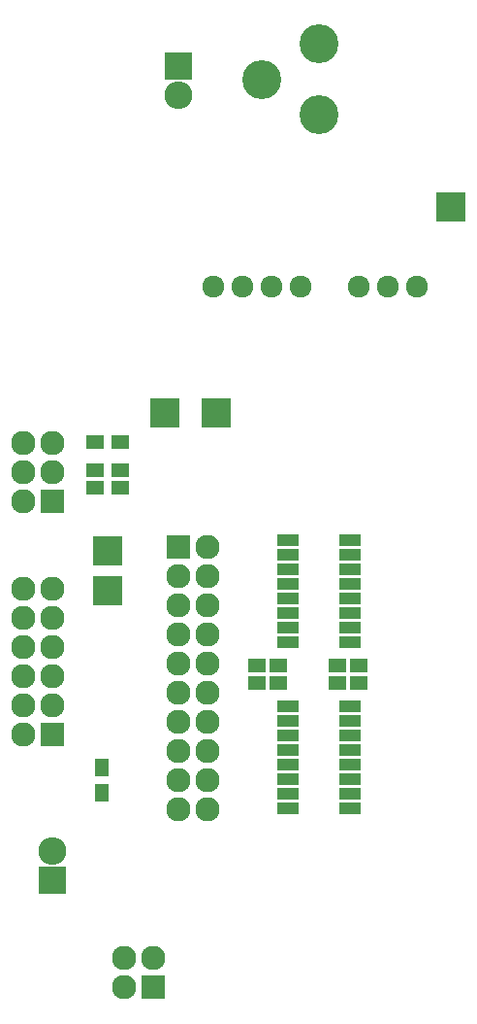
<source format=gbs>
G04 #@! TF.FileFunction,Soldermask,Bot*
%FSLAX46Y46*%
G04 Gerber Fmt 4.6, Leading zero omitted, Abs format (unit mm)*
G04 Created by KiCad (PCBNEW 4.0.1-stable) date 13/02/2016 21:15:23*
%MOMM*%
G01*
G04 APERTURE LIST*
%ADD10C,0.100000*%
%ADD11R,2.127200X2.127200*%
%ADD12O,2.127200X2.127200*%
%ADD13R,1.600000X1.150000*%
%ADD14C,3.400000*%
%ADD15R,2.635200X2.635200*%
%ADD16R,2.432000X2.432000*%
%ADD17O,2.432000X2.432000*%
%ADD18R,1.300000X1.600000*%
%ADD19R,1.600000X1.300000*%
%ADD20C,1.924000*%
%ADD21R,1.900000X1.000000*%
G04 APERTURE END LIST*
D10*
D11*
X111040000Y-116540000D03*
D12*
X108500000Y-116540000D03*
X111040000Y-114000000D03*
X108500000Y-114000000D03*
D11*
X102235000Y-94500700D03*
D12*
X99695000Y-94500700D03*
X102235000Y-91960700D03*
X99695000Y-91960700D03*
X102235000Y-89420700D03*
X99695000Y-89420700D03*
X102235000Y-86880700D03*
X99695000Y-86880700D03*
X102235000Y-84340700D03*
X99695000Y-84340700D03*
X102235000Y-81800700D03*
X99695000Y-81800700D03*
D11*
X102222300Y-74180700D03*
D12*
X99682300Y-74180700D03*
X102222300Y-71640700D03*
X99682300Y-71640700D03*
X102222300Y-69100700D03*
X99682300Y-69100700D03*
D11*
X113210000Y-78120000D03*
D12*
X115750000Y-78120000D03*
X113210000Y-80660000D03*
X115750000Y-80660000D03*
X113210000Y-83200000D03*
X115750000Y-83200000D03*
X113210000Y-85740000D03*
X115750000Y-85740000D03*
X113210000Y-88280000D03*
X115750000Y-88280000D03*
X113210000Y-90820000D03*
X115750000Y-90820000D03*
X113210000Y-93360000D03*
X115750000Y-93360000D03*
X113210000Y-95900000D03*
X115750000Y-95900000D03*
X113210000Y-98440000D03*
X115750000Y-98440000D03*
X113210000Y-100980000D03*
X115750000Y-100980000D03*
D13*
X128950000Y-90000000D03*
X127050000Y-90000000D03*
X120050000Y-90000000D03*
X121950000Y-90000000D03*
X128950000Y-88500000D03*
X127050000Y-88500000D03*
X120050000Y-88500000D03*
X121950000Y-88500000D03*
D14*
X125500000Y-40500000D03*
X125500000Y-34300000D03*
X120500000Y-37400000D03*
D15*
X137000000Y-48500000D03*
D16*
X102235000Y-107213400D03*
D17*
X102235000Y-104673400D03*
D15*
X107000000Y-78500000D03*
X107000000Y-82000000D03*
X112000000Y-66500000D03*
X116500000Y-66500000D03*
D18*
X106500000Y-99600000D03*
X106500000Y-97400000D03*
D19*
X108100000Y-69000000D03*
X105900000Y-69000000D03*
X108100000Y-71500000D03*
X105900000Y-71500000D03*
X108100000Y-73000000D03*
X105900000Y-73000000D03*
D20*
X134000000Y-55500000D03*
X131460000Y-55500000D03*
X128920000Y-55500000D03*
X123840000Y-55500000D03*
X121300000Y-55500000D03*
X118760000Y-55500000D03*
X116220000Y-55500000D03*
D21*
X128200000Y-92055000D03*
X128200000Y-93325000D03*
X128200000Y-94595000D03*
X128200000Y-95865000D03*
X128200000Y-97135000D03*
X128200000Y-98405000D03*
X128200000Y-99675000D03*
X128200000Y-100945000D03*
X122800000Y-100945000D03*
X122800000Y-99675000D03*
X122800000Y-98405000D03*
X122800000Y-97135000D03*
X122800000Y-95865000D03*
X122800000Y-94595000D03*
X122800000Y-93325000D03*
X122800000Y-92055000D03*
X122800000Y-86445000D03*
X122800000Y-85175000D03*
X122800000Y-83905000D03*
X122800000Y-82635000D03*
X122800000Y-81365000D03*
X122800000Y-80095000D03*
X122800000Y-78825000D03*
X122800000Y-77555000D03*
X128200000Y-77555000D03*
X128200000Y-78825000D03*
X128200000Y-80095000D03*
X128200000Y-81365000D03*
X128200000Y-82635000D03*
X128200000Y-83905000D03*
X128200000Y-85175000D03*
X128200000Y-86445000D03*
D16*
X113210000Y-36210000D03*
D17*
X113210000Y-38750000D03*
M02*

</source>
